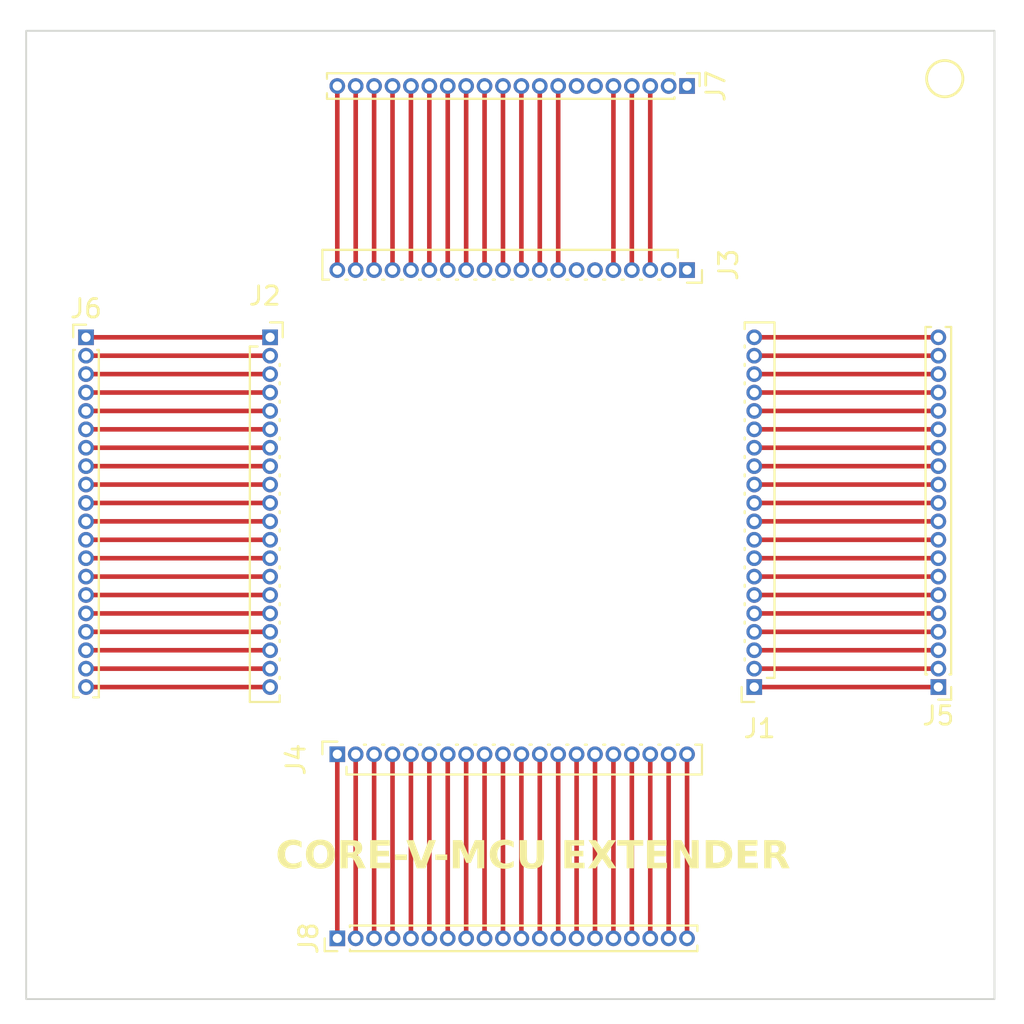
<source format=kicad_pcb>
(kicad_pcb (version 20221018) (generator pcbnew)
  (layers (0 "F.Cu" signal) (31 "B.Cu" signal) (34 "B.Paste" user) (35 "F.Paste" user) (36 "B.SilkS" user "B.Silkscreen") (37 "F.SilkS" user "F.Silkscreen") (38 "B.Mask" user) (39 "F.Mask" user) (44 "Edge.Cuts" user))
  (net 0 "")
  (net 1 "VPW")
  (net 2 "VNW")
  (net 3 "TX1_MUX0_SOC")
  (net 4 "RX1_MUX0_SOC")
  (net 5 "CLICK_RESET_SOC")
  (net 6 "PGM_FLASH_DATA1")
  (net 7 "PGM_FLASH_DATA2")
  (net 8 "PGM_FLASH_CS")
  (net 9 "GND")
  (net 10 "VDC")
  (net 11 "+1V8")
  (net 12 "PGM_FLASH_DATA3")
  (net 13 "PGM_FLASH_CLK")
  (net 14 "PGM_FLASH_DATA0")
  (net 15 "TX0_RXD")
  (net 16 "TX0_TXD")
  (net 17 "TX1_MUX1_SOC")
  (net 18 "RX1_MUX1_SOC")
  (net 19 "NB")
  (net 20 "PB")
  (net 21 "TMS")
  (net 22 "TCK")
  (net 23 "TDO")
  (net 24 "TDI")
  (net 25 "TRST")
  (net 26 "10MHZ_CLOCK_SOC")
  (net 27 "POWER_DETECT")
  (net 28 "~{RESET_SOC}")
  (net 29 "USER_BUTTON")
  (net 30 "EL_WAKE_SOC")
  (net 31 "EL_EVENT_SOC")
  (net 32 "CAMERA_HSYNC")
  (net 33 "CAMERA_VSYNC")
  (net 38 "SCLK0_SOC")
  (net 39 "MISO0_SOC")
  (net 40 "MOSI0_SOC")
  (net 41 "USER_LED_SOC")
  (net 42 "BOOTSEL")
  (net 43 "CLICK_IRO_SOC")
  (net 44 "TEST_MODE")
  (net 45 "CLICK_PWM_SOC")
  (net 46 "SCL0_SOC")
  (net 47 "SDA0_SOC")
  (net 48 "CAMERA_D5")
  (net 49 "CAMERA_D6")
  (net 50 "CAMERA_PCLK")
  (net 51 "CAMERA_D0")
  (net 52 "CAMERA_D7")
  (net 53 "CAMERA_D4")
  (net 54 "CAMERA_D2")
  (net 55 "CAMERA_MCLK")
  (net 56 "CAMERA_D3")
  (net 57 "CAMERA_D1")
  (net 58 "FPGA_LED0")
  (net 59 "~{EL_RESET_SOC}")
  (net 60 "CS0_SOC")
  (footprint "Connector_PinHeader_1.00mm:PinHeader_1x20_P1.00mm_Vertical" (layer "F.Cu") (at 158.75 89.1 -90)
    (fp_text reference "J7" (at 0 -1.56 90) (layer "F.SilkS"))
    (fp_text value "Conn_01x20")
    (fp_line (start -0.695 -0.685) (end 0 -0.685) (stroke (width 0.12)) (layer "F.SilkS"))
    (fp_line (start -0.695 0) (end -0.695 -0.685) (stroke (width 0.12)) (layer "F.SilkS"))
    (fp_line (start -0.695 0.685) (end -0.695 19.56) (stroke (width 0.12)) (layer "F.SilkS"))
    (fp_line (start -0.695 0.685) (end -0.608276 0.685) (stroke (width 0.12)) (layer "F.SilkS"))
    (fp_line (start -0.695 19.56) (end -0.394493 19.56) (stroke (width 0.12)) (layer "F.SilkS"))
    (fp_line (start 0.394493 19.56) (end 0.695 19.56) (stroke (width 0.12)) (layer "F.SilkS"))
    (fp_line (start 0.608276 0.685) (end 0.695 0.685) (stroke (width 0.12)) (layer "F.SilkS"))
    (fp_line (start 0.695 0.685) (end 0.695 19.56) (stroke (width 0.12)) (layer "F.SilkS"))
    (pad "1" thru_hole rect (at 0 0 270) (size 0.85 0.85) (drill 0.5) (layers "*.Cu" "*.Mask"))
    (pad "2" thru_hole oval (at 0 1 270) (size 0.85 0.85) (drill 0.5) (layers "*.Cu" "*.Mask"))
    (pad "3" thru_hole oval (at 0 2 270) (size 0.85 0.85) (drill 0.5) (layers "*.Cu" "*.Mask") (net 10 "VDC"))
    (pad "4" thru_hole oval (at 0 3 270) (size 0.85 0.85) (drill 0.5) (layers "*.Cu" "*.Mask") (net 9 "GND"))
    (pad "5" thru_hole oval (at 0 4 270) (size 0.85 0.85) (drill 0.5) (layers "*.Cu" "*.Mask") (net 11 "+1V8"))
    (pad "6" thru_hole oval (at 0 5 270) (size 0.85 0.85) (drill 0.5) (layers "*.Cu" "*.Mask"))
    (pad "7" thru_hole oval (at 0 6 270) (size 0.85 0.85) (drill 0.5) (layers "*.Cu" "*.Mask"))
    (pad "8" thru_hole oval (at 0 7 270) (size 0.85 0.85) (drill 0.5) (layers "*.Cu" "*.Mask") (net 38 "SCLK0_SOC"))
    (pad "9" thru_hole oval (at 0 8 270) (size 0.85 0.85) (drill 0.5) (layers "*.Cu" "*.Mask") (net 39 "MISO0_SOC"))
    (pad "10" thru_hole oval (at 0 9 270) (size 0.85 0.85) (drill 0.5) (layers "*.Cu" "*.Mask") (net 40 "MOSI0_SOC"))
    (pad "11" thru_hole oval (at 0 10 270) (size 0.85 0.85) (drill 0.5) (layers "*.Cu" "*.Mask") (net 9 "GND"))
    (pad "12" thru_hole oval (at 0 11 270) (size 0.85 0.85) (drill 0.5) (layers "*.Cu" "*.Mask") (net 9 "GND"))
    (pad "13" thru_hole oval (at 0 12 270) (size 0.85 0.85) (drill 0.5) (layers "*.Cu" "*.Mask") (net 10 "VDC"))
    (pad "14" thru_hole oval (at 0 13 270) (size 0.85 0.85) (drill 0.5) (layers "*.Cu" "*.Mask") (net 11 "+1V8"))
    (pad "15" thru_hole oval (at 0 14 270) (size 0.85 0.85) (drill 0.5) (layers "*.Cu" "*.Mask") (net 10 "VDC"))
    (pad "16" thru_hole oval (at 0 15 270) (size 0.85 0.85) (drill 0.5) (layers "*.Cu" "*.Mask") (net 41 "USER_LED_SOC"))
    (pad "17" thru_hole oval (at 0 16 270) (size 0.85 0.85) (drill 0.5) (layers "*.Cu" "*.Mask") (net 42 "BOOTSEL"))
    (pad "18" thru_hole oval (at 0 17 270) (size 0.85 0.85) (drill 0.5) (layers "*.Cu" "*.Mask") (net 43 "CLICK_IRO_SOC"))
    (pad "19" thru_hole oval (at 0 18 270) (size 0.85 0.85) (drill 0.5) (layers "*.Cu" "*.Mask") (net 44 "TEST_MODE"))
    (pad "20" thru_hole oval (at 0 19 270) (size 0.85 0.85) (drill 0.5) (layers "*.Cu" "*.Mask") (net 45 "CLICK_PWM_SOC"))
  )
  (footprint "Connector_PinHeader_1.00mm:PinHeader_1x20_P1.00mm_Vertical" (layer "F.Cu") (at 126.1 102.75)
    (fp_text reference "J6" (at 0 -1.56) (layer "F.SilkS"))
    (fp_text value "Conn_01x20")
    (fp_line (start -0.695 -0.685) (end 0 -0.685) (stroke (width 0.12)) (layer "F.SilkS"))
    (fp_line (start -0.695 0) (end -0.695 -0.685) (stroke (width 0.12)) (layer "F.SilkS"))
    (fp_line (start -0.695 0.685) (end -0.695 19.56) (stroke (width 0.12)) (layer "F.SilkS"))
    (fp_line (start -0.695 0.685) (end -0.608276 0.685) (stroke (width 0.12)) (layer "F.SilkS"))
    (fp_line (start -0.695 19.56) (end -0.394493 19.56) (stroke (width 0.12)) (layer "F.SilkS"))
    (fp_line (start 0.394493 19.56) (end 0.695 19.56) (stroke (width 0.12)) (layer "F.SilkS"))
    (fp_line (start 0.608276 0.685) (end 0.695 0.685) (stroke (width 0.12)) (layer "F.SilkS"))
    (fp_line (start 0.695 0.685) (end 0.695 19.56) (stroke (width 0.12)) (layer "F.SilkS"))
    (pad "1" thru_hole rect (at 0 0) (size 0.85 0.85) (drill 0.5) (layers "*.Cu" "*.Mask") (net 19 "NB"))
    (pad "2" thru_hole oval (at 0 1) (size 0.85 0.85) (drill 0.5) (layers "*.Cu" "*.Mask") (net 20 "PB"))
    (pad "3" thru_hole oval (at 0 2) (size 0.85 0.85) (drill 0.5) (layers "*.Cu" "*.Mask") (net 21 "TMS"))
    (pad "4" thru_hole oval (at 0 3) (size 0.85 0.85) (drill 0.5) (layers "*.Cu" "*.Mask") (net 22 "TCK"))
    (pad "5" thru_hole oval (at 0 4) (size 0.85 0.85) (drill 0.5) (layers "*.Cu" "*.Mask") (net 23 "TDO"))
    (pad "6" thru_hole oval (at 0 5) (size 0.85 0.85) (drill 0.5) (layers "*.Cu" "*.Mask") (net 24 "TDI"))
    (pad "7" thru_hole oval (at 0 6) (size 0.85 0.85) (drill 0.5) (layers "*.Cu" "*.Mask") (net 25 "TRST"))
    (pad "8" thru_hole oval (at 0 7) (size 0.85 0.85) (drill 0.5) (layers "*.Cu" "*.Mask") (net 26 "10MHZ_CLOCK_SOC"))
    (pad "9" thru_hole oval (at 0 8) (size 0.85 0.85) (drill 0.5) (layers "*.Cu" "*.Mask") (net 9 "GND"))
    (pad "10" thru_hole oval (at 0 9) (size 0.85 0.85) (drill 0.5) (layers "*.Cu" "*.Mask") (net 9 "GND"))
    (pad "11" thru_hole oval (at 0 10) (size 0.85 0.85) (drill 0.5) (layers "*.Cu" "*.Mask") (net 10 "VDC"))
    (pad "12" thru_hole oval (at 0 11) (size 0.85 0.85) (drill 0.5) (layers "*.Cu" "*.Mask") (net 11 "+1V8"))
    (pad "13" thru_hole oval (at 0 12) (size 0.85 0.85) (drill 0.5) (layers "*.Cu" "*.Mask") (net 10 "VDC"))
    (pad "14" thru_hole oval (at 0 13) (size 0.85 0.85) (drill 0.5) (layers "*.Cu" "*.Mask") (net 27 "POWER_DETECT"))
    (pad "15" thru_hole oval (at 0 14) (size 0.85 0.85) (drill 0.5) (layers "*.Cu" "*.Mask") (net 28 "~{RESET_SOC}"))
    (pad "16" thru_hole oval (at 0 15) (size 0.85 0.85) (drill 0.5) (layers "*.Cu" "*.Mask") (net 29 "USER_BUTTON"))
    (pad "17" thru_hole oval (at 0 16) (size 0.85 0.85) (drill 0.5) (layers "*.Cu" "*.Mask") (net 30 "EL_WAKE_SOC"))
    (pad "18" thru_hole oval (at 0 17) (size 0.85 0.85) (drill 0.5) (layers "*.Cu" "*.Mask") (net 31 "EL_EVENT_SOC"))
    (pad "19" thru_hole oval (at 0 18) (size 0.85 0.85) (drill 0.5) (layers "*.Cu" "*.Mask") (net 32 "CAMERA_HSYNC"))
    (pad "20" thru_hole oval (at 0 19) (size 0.85 0.85) (drill 0.5) (layers "*.Cu" "*.Mask") (net 33 "CAMERA_VSYNC"))
  )
  (footprint "Connector_PinHeader_1.00mm:PinHeader_1x20_P1.00mm_Vertical" (layer "F.Cu") (at 172.4 121.75 180)
    (fp_text reference "J5" (at 0 -1.56) (layer "F.SilkS"))
    (fp_text value "Conn_01x20")
    (fp_line (start -0.695 -0.685) (end 0 -0.685) (stroke (width 0.12)) (layer "F.SilkS"))
    (fp_line (start -0.695 0) (end -0.695 -0.685) (stroke (width 0.12)) (layer "F.SilkS"))
    (fp_line (start -0.695 0.685) (end -0.695 19.56) (stroke (width 0.12)) (layer "F.SilkS"))
    (fp_line (start -0.695 0.685) (end -0.608276 0.685) (stroke (width 0.12)) (layer "F.SilkS"))
    (fp_line (start -0.695 19.56) (end -0.394493 19.56) (stroke (width 0.12)) (layer "F.SilkS"))
    (fp_line (start 0.394493 19.56) (end 0.695 19.56) (stroke (width 0.12)) (layer "F.SilkS"))
    (fp_line (start 0.608276 0.685) (end 0.695 0.685) (stroke (width 0.12)) (layer "F.SilkS"))
    (fp_line (start 0.695 0.685) (end 0.695 19.56) (stroke (width 0.12)) (layer "F.SilkS"))
    (pad "1" thru_hole rect (at 0 0 180) (size 0.85 0.85) (drill 0.5) (layers "*.Cu" "*.Mask") (net 1 "VPW"))
    (pad "2" thru_hole oval (at 0 1 180) (size 0.85 0.85) (drill 0.5) (layers "*.Cu" "*.Mask") (net 2 "VNW"))
    (pad "3" thru_hole oval (at 0 2 180) (size 0.85 0.85) (drill 0.5) (layers "*.Cu" "*.Mask") (net 3 "TX1_MUX0_SOC"))
    (pad "4" thru_hole oval (at 0 3 180) (size 0.85 0.85) (drill 0.5) (layers "*.Cu" "*.Mask") (net 4 "RX1_MUX0_SOC"))
    (pad "5" thru_hole oval (at 0 4 180) (size 0.85 0.85) (drill 0.5) (layers "*.Cu" "*.Mask") (net 5 "CLICK_RESET_SOC"))
    (pad "6" thru_hole oval (at 0 5 180) (size 0.85 0.85) (drill 0.5) (layers "*.Cu" "*.Mask") (net 6 "PGM_FLASH_DATA1"))
    (pad "7" thru_hole oval (at 0 6 180) (size 0.85 0.85) (drill 0.5) (layers "*.Cu" "*.Mask") (net 7 "PGM_FLASH_DATA2"))
    (pad "8" thru_hole oval (at 0 7 180) (size 0.85 0.85) (drill 0.5) (layers "*.Cu" "*.Mask") (net 8 "PGM_FLASH_CS"))
    (pad "9" thru_hole oval (at 0 8 180) (size 0.85 0.85) (drill 0.5) (layers "*.Cu" "*.Mask") (net 9 "GND"))
    (pad "10" thru_hole oval (at 0 9 180) (size 0.85 0.85) (drill 0.5) (layers "*.Cu" "*.Mask") (net 9 "GND"))
    (pad "11" thru_hole oval (at 0 10 180) (size 0.85 0.85) (drill 0.5) (layers "*.Cu" "*.Mask") (net 10 "VDC"))
    (pad "12" thru_hole oval (at 0 11 180) (size 0.85 0.85) (drill 0.5) (layers "*.Cu" "*.Mask") (net 11 "+1V8"))
    (pad "13" thru_hole oval (at 0 12 180) (size 0.85 0.85) (drill 0.5) (layers "*.Cu" "*.Mask") (net 10 "VDC"))
    (pad "14" thru_hole oval (at 0 13 180) (size 0.85 0.85) (drill 0.5) (layers "*.Cu" "*.Mask") (net 12 "PGM_FLASH_DATA3"))
    (pad "15" thru_hole oval (at 0 14 180) (size 0.85 0.85) (drill 0.5) (layers "*.Cu" "*.Mask") (net 13 "PGM_FLASH_CLK"))
    (pad "16" thru_hole oval (at 0 15 180) (size 0.85 0.85) (drill 0.5) (layers "*.Cu" "*.Mask") (net 14 "PGM_FLASH_DATA0"))
    (pad "17" thru_hole oval (at 0 16 180) (size 0.85 0.85) (drill 0.5) (layers "*.Cu" "*.Mask") (net 15 "TX0_RXD"))
    (pad "18" thru_hole oval (at 0 17 180) (size 0.85 0.85) (drill 0.5) (layers "*.Cu" "*.Mask") (net 16 "TX0_TXD"))
    (pad "19" thru_hole oval (at 0 18 180) (size 0.85 0.85) (drill 0.5) (layers "*.Cu" "*.Mask") (net 17 "TX1_MUX1_SOC"))
    (pad "20" thru_hole oval (at 0 19 180) (size 0.85 0.85) (drill 0.5) (layers "*.Cu" "*.Mask") (net 18 "RX1_MUX1_SOC"))
  )
  (footprint "Connector_PinSocket_1.00mm:PinSocket_1x20_P1.00mm_Vertical" (layer "F.Cu") (at 139.75 125.4 90)
    (fp_text reference "J4" (at -0.29 -2.25 90) (layer "F.SilkS"))
    (fp_text value "Conn_01x20")
    (fp_line (start -1.1 0.5) (end -1.1 19.81) (stroke (width 0.12)) (layer "F.SilkS"))
    (fp_line (start -1.1 0.5) (end -0.685 0.5) (stroke (width 0.12)) (layer "F.SilkS"))
    (fp_line (start -1.1 19.81) (end 0.52 19.81) (stroke (width 0.12)) (layer "F.SilkS"))
    (fp_line (start 0 -0.81) (end 0.685 -0.81) (stroke (width 0.12)) (layer "F.SilkS"))
    (fp_line (start 0.52 1.445898) (end 0.52 1.554102) (stroke (width 0.12)) (layer "F.SilkS"))
    (fp_line (start 0.52 2.445898) (end 0.52 2.554102) (stroke (width 0.12)) (layer "F.SilkS"))
    (fp_line (start 0.52 3.445898) (end 0.52 3.554102) (stroke (width 0.12)) (layer "F.SilkS"))
    (fp_line (start 0.52 4.445898) (end 0.52 4.554102) (stroke (width 0.12)) (layer "F.SilkS"))
    (fp_line (start 0.52 5.445898) (end 0.52 5.554102) (stroke (width 0.12)) (layer "F.SilkS"))
    (fp_line (start 0.52 6.445898) (end 0.52 6.554102) (stroke (width 0.12)) (layer "F.SilkS"))
    (fp_line (start 0.52 7.445898) (end 0.52 7.554102) (stroke (width 0.12)) (layer "F.SilkS"))
    (fp_line (start 0.52 8.445898) (end 0.52 8.554102) (stroke (width 0.12)) (layer "F.SilkS"))
    (fp_line (start 0.52 9.445898) (end 0.52 9.554102) (stroke (width 0.12)) (layer "F.SilkS"))
    (fp_line (start 0.52 10.445898) (end 0.52 10.554102) (stroke (width 0.12)) (layer "F.SilkS"))
    (fp_line (start 0.52 11.445898) (end 0.52 11.554102) (stroke (width 0.12)) (layer "F.SilkS"))
    (fp_line (start 0.52 12.445898) (end 0.52 12.554102) (stroke (width 0.12)) (layer "F.SilkS"))
    (fp_line (start 0.52 13.445898) (end 0.52 13.554102) (stroke (width 0.12)) (layer "F.SilkS"))
    (fp_line (start 0.52 14.445898) (end 0.52 14.554102) (stroke (width 0.12)) (layer "F.SilkS"))
    (fp_line (start 0.52 15.445898) (end 0.52 15.554102) (stroke (width 0.12)) (layer "F.SilkS"))
    (fp_line (start 0.52 16.445898) (end 0.52 16.554102) (stroke (width 0.12)) (layer "F.SilkS"))
    (fp_line (start 0.52 17.445898) (end 0.52 17.554102) (stroke (width 0.12)) (layer "F.SilkS"))
    (fp_line (start 0.52 18.445898) (end 0.52 18.554102) (stroke (width 0.12)) (layer "F.SilkS"))
    (fp_line (start 0.52 19.445898) (end 0.52 19.81) (stroke (width 0.12)) (layer "F.SilkS"))
    (fp_line (start 0.685 -0.81) (end 0.685 0) (stroke (width 0.12)) (layer "F.SilkS"))
    (pad "1" thru_hole rect (at 0 0 90) (size 0.85 0.85) (drill 0.5) (layers "*.Cu" "*.Mask") (net 46 "SCL0_SOC"))
    (pad "2" thru_hole oval (at 0 1 90) (size 0.85 0.85) (drill 0.5) (layers "*.Cu" "*.Mask") (net 47 "SDA0_SOC"))
    (pad "3" thru_hole oval (at 0 2 90) (size 0.85 0.85) (drill 0.5) (layers "*.Cu" "*.Mask") (net 48 "CAMERA_D5"))
    (pad "4" thru_hole oval (at 0 3 90) (size 0.85 0.85) (drill 0.5) (layers "*.Cu" "*.Mask") (net 49 "CAMERA_D6"))
    (pad "5" thru_hole oval (at 0 4 90) (size 0.85 0.85) (drill 0.5) (layers "*.Cu" "*.Mask") (net 50 "CAMERA_PCLK"))
    (pad "6" thru_hole oval (at 0 5 90) (size 0.85 0.85) (drill 0.5) (layers "*.Cu" "*.Mask") (net 51 "CAMERA_D0"))
    (pad "7" thru_hole oval (at 0 6 90) (size 0.85 0.85) (drill 0.5) (layers "*.Cu" "*.Mask") (net 52 "CAMERA_D7"))
    (pad "8" thru_hole oval (at 0 7 90) (size 0.85 0.85) (drill 0.5) (layers "*.Cu" "*.Mask") (net 53 "CAMERA_D4"))
    (pad "9" thru_hole oval (at 0 8 90) (size 0.85 0.85) (drill 0.5) (layers "*.Cu" "*.Mask") (net 9 "GND"))
    (pad "10" thru_hole oval (at 0 9 90) (size 0.85 0.85) (drill 0.5) (layers "*.Cu" "*.Mask") (net 9 "GND"))
    (pad "11" thru_hole oval (at 0 10 90) (size 0.85 0.85) (drill 0.5) (layers "*.Cu" "*.Mask") (net 10 "VDC"))
    (pad "12" thru_hole oval (at 0 11 90) (size 0.85 0.85) (drill 0.5) (layers "*.Cu" "*.Mask") (net 11 "+1V8"))
    (pad "13" thru_hole oval (at 0 12 90) (size 0.85 0.85) (drill 0.5) (layers "*.Cu" "*.Mask") (net 10 "VDC"))
    (pad "14" thru_hole oval (at 0 13 90) (size 0.85 0.85) (drill 0.5) (layers "*.Cu" "*.Mask") (net 54 "CAMERA_D2"))
    (pad "15" thru_hole oval (at 0 14 90) (size 0.85 0.85) (drill 0.5) (layers "*.Cu" "*.Mask") (net 55 "CAMERA_MCLK"))
    (pad "16" thru_hole oval (at 0 15 90) (size 0.85 0.85) (drill 0.5) (layers "*.Cu" "*.Mask") (net 56 "CAMERA_D3"))
    (pad "17" thru_hole oval (at 0 16 90) (size 0.85 0.85) (drill 0.5) (layers "*.Cu" "*.Mask") (net 57 "CAMERA_D1"))
    (pad "18" thru_hole oval (at 0 17 90) (size 0.85 0.85) (drill 0.5) (layers "*.Cu" "*.Mask") (net 58 "FPGA_LED0"))
    (pad "19" thru_hole oval (at 0 18 90) (size 0.85 0.85) (drill 0.5) (layers "*.Cu" "*.Mask") (net 59 "~{EL_RESET_SOC}"))
    (pad "20" thru_hole oval (at 0 19 90) (size 0.85 0.85) (drill 0.5) (layers "*.Cu" "*.Mask") (net 60 "CS0_SOC"))
  )
  (footprint "Connector_PinHeader_1.00mm:PinHeader_1x20_P1.00mm_Vertical" (layer "F.Cu") (at 139.75 135.4 90)
    (fp_text reference "J8" (at 0 -1.56 90) (layer "F.SilkS"))
    (fp_text value "Conn_01x20")
    (fp_line (start -0.695 -0.685) (end 0 -0.685) (stroke (width 0.12)) (layer "F.SilkS"))
    (fp_line (start -0.695 0) (end -0.695 -0.685) (stroke (width 0.12)) (layer "F.SilkS"))
    (fp_line (start -0.695 0.685) (end -0.695 19.56) (stroke (width 0.12)) (layer "F.SilkS"))
    (fp_line (start -0.695 0.685) (end -0.608276 0.685) (stroke (width 0.12)) (layer "F.SilkS"))
    (fp_line (start -0.695 19.56) (end -0.394493 19.56) (stroke (width 0.12)) (layer "F.SilkS"))
    (fp_line (start 0.394493 19.56) (end 0.695 19.56) (stroke (width 0.12)) (layer "F.SilkS"))
    (fp_line (start 0.608276 0.685) (end 0.695 0.685) (stroke (width 0.12)) (layer "F.SilkS"))
    (fp_line (start 0.695 0.685) (end 0.695 19.56) (stroke (width 0.12)) (layer "F.SilkS"))
    (pad "1" thru_hole rect (at 0 0 90) (size 0.85 0.85) (drill 0.5) (layers "*.Cu" "*.Mask") (net 46 "SCL0_SOC"))
    (pad "2" thru_hole oval (at 0 1 90) (size 0.85 0.85) (drill 0.5) (layers "*.Cu" "*.Mask") (net 47 "SDA0_SOC"))
    (pad "3" thru_hole oval (at 0 2 90) (size 0.85 0.85) (drill 0.5) (layers "*.Cu" "*.Mask") (net 48 "CAMERA_D5"))
    (pad "4" thru_hole oval (at 0 3 90) (size 0.85 0.85) (drill 0.5) (layers "*.Cu" "*.Mask") (net 49 "CAMERA_D6"))
    (pad "5" thru_hole oval (at 0 4 90) (size 0.85 0.85) (drill 0.5) (layers "*.Cu" "*.Mask") (net 50 "CAMERA_PCLK"))
    (pad "6" thru_hole oval (at 0 5 90) (size 0.85 0.85) (drill 0.5) (layers "*.Cu" "*.Mask") (net 51 "CAMERA_D0"))
    (pad "7" thru_hole oval (at 0 6 90) (size 0.85 0.85) (drill 0.5) (layers "*.Cu" "*.Mask") (net 52 "CAMERA_D7"))
    (pad "8" thru_hole oval (at 0 7 90) (size 0.85 0.85) (drill 0.5) (layers "*.Cu" "*.Mask") (net 53 "CAMERA_D4"))
    (pad "9" thru_hole oval (at 0 8 90) (size 0.85 0.85) (drill 0.5) (layers "*.Cu" "*.Mask") (net 9 "GND"))
    (pad "10" thru_hole oval (at 0 9 90) (size 0.85 0.85) (drill 0.5) (layers "*.Cu" "*.Mask") (net 9 "GND"))
    (pad "11" thru_hole oval (at 0 10 90) (size 0.85 0.85) (drill 0.5) (layers "*.Cu" "*.Mask") (net 10 "VDC"))
    (pad "12" thru_hole oval (at 0 11 90) (size 0.85 0.85) (drill 0.5) (layers "*.Cu" "*.Mask") (net 11 "+1V8"))
    (pad "13" thru_hole oval (at 0 12 90) (size 0.85 0.85) (drill 0.5) (layers "*.Cu" "*.Mask") (net 10 "VDC"))
    (pad "14" thru_hole oval (at 0 13 90) (size 0.85 0.85) (drill 0.5) (layers "*.Cu" "*.Mask") (net 54 "CAMERA_D2"))
    (pad "15" thru_hole oval (at 0 14 90) (size 0.85 0.85) (drill 0.5) (layers "*.Cu" "*.Mask") (net 55 "CAMERA_MCLK"))
    (pad "16" thru_hole oval (at 0 15 90) (size 0.85 0.85) (drill 0.5) (layers "*.Cu" "*.Mask") (net 56 "CAMERA_D3"))
    (pad "17" thru_hole oval (at 0 16 90) (size 0.85 0.85) (drill 0.5) (layers "*.Cu" "*.Mask") (net 57 "CAMERA_D1"))
    (pad "18" thru_hole oval (at 0 17 90) (size 0.85 0.85) (drill 0.5) (layers "*.Cu" "*.Mask") (net 58 "FPGA_LED0"))
    (pad "19" thru_hole oval (at 0 18 90) (size 0.85 0.85) (drill 0.5) (layers "*.Cu" "*.Mask") (net 59 "~{EL_RESET_SOC}"))
    (pad "20" thru_hole oval (at 0 19 90) (size 0.85 0.85) (drill 0.5) (layers "*.Cu" "*.Mask") (net 60 "CS0_SOC"))
  )
  (footprint "Connector_PinSocket_1.00mm:PinSocket_1x20_P1.00mm_Vertical" (layer "F.Cu") (at 158.75 99.1 -90)
    (fp_text reference "J3" (at -0.29 -2.25 90) (layer "F.SilkS"))
    (fp_text value "Conn_01x20")
    (fp_line (start -1.1 0.5) (end -1.1 19.81) (stroke (width 0.12)) (layer "F.SilkS"))
    (fp_line (start -1.1 0.5) (end -0.685 0.5) (stroke (width 0.12)) (layer "F.SilkS"))
    (fp_line (start -1.1 19.81) (end 0.52 19.81) (stroke (width 0.12)) (layer "F.SilkS"))
    (fp_line (start 0 -0.81) (end 0.685 -0.81) (stroke (width 0.12)) (layer "F.SilkS"))
    (fp_line (start 0.52 1.445898) (end 0.52 1.554102) (stroke (width 0.12)) (layer "F.SilkS"))
    (fp_line (start 0.52 2.445898) (end 0.52 2.554102) (stroke (width 0.12)) (layer "F.SilkS"))
    (fp_line (start 0.52 3.445898) (end 0.52 3.554102) (stroke (width 0.12)) (layer "F.SilkS"))
    (fp_line (start 0.52 4.445898) (end 0.52 4.554102) (stroke (width 0.12)) (layer "F.SilkS"))
    (fp_line (start 0.52 5.445898) (end 0.52 5.554102) (stroke (width 0.12)) (layer "F.SilkS"))
    (fp_line (start 0.52 6.445898) (end 0.52 6.554102) (stroke (width 0.12)) (layer "F.SilkS"))
    (fp_line (start 0.52 7.445898) (end 0.52 7.554102) (stroke (width 0.12)) (layer "F.SilkS"))
    (fp_line (start 0.52 8.445898) (end 0.52 8.554102) (stroke (width 0.12)) (layer "F.SilkS"))
    (fp_line (start 0.52 9.445898) (end 0.52 9.554102) (stroke (width 0.12)) (layer "F.SilkS"))
    (fp_line (start 0.52 10.445898) (end 0.52 10.554102) (stroke (width 0.12)) (layer "F.SilkS"))
    (fp_line (start 0.52 11.445898) (end 0.52 11.554102) (stroke (width 0.12)) (layer "F.SilkS"))
    (fp_line (start 0.52 12.445898) (end 0.52 12.554102) (stroke (width 0.12)) (layer "F.SilkS"))
    (fp_line (start 0.52 13.445898) (end 0.52 13.554102) (stroke (width 0.12)) (layer "F.SilkS"))
    (fp_line (start 0.52 14.445898) (end 0.52 14.554102) (stroke (width 0.12)) (layer "F.SilkS"))
    (fp_line (start 0.52 15.445898) (end 0.52 15.554102) (stroke (width 0.12)) (layer "F.SilkS"))
    (fp_line (start 0.52 16.445898) (end 0.52 16.554102) (stroke (width 0.12)) (layer "F.SilkS"))
    (fp_line (start 0.52 17.445898) (end 0.52 17.554102) (stroke (width 0.12)) (layer "F.SilkS"))
    (fp_line (start 0.52 18.445898) (end 0.52 18.554102) (stroke (width 0.12)) (layer "F.SilkS"))
    (fp_line (start 0.52 19.445898) (end 0.52 19.81) (stroke (width 0.12)) (layer "F.SilkS"))
    (fp_line (start 0.685 -0.81) (end 0.685 0) (stroke (width 0.12)) (layer "F.SilkS"))
    (pad "1" thru_hole rect (at 0 0 270) (size 0.85 0.85) (drill 0.5) (layers "*.Cu" "*.Mask"))
    (pad "2" thru_hole oval (at 0 1 270) (size 0.85 0.85) (drill 0.5) (layers "*.Cu" "*.Mask"))
    (pad "3" thru_hole oval (at 0 2 270) (size 0.85 0.85) (drill 0.5) (layers "*.Cu" "*.Mask") (net 10 "VDC"))
    (pad "4" thru_hole oval (at 0 3 270) (size 0.85 0.85) (drill 0.5) (layers "*.Cu" "*.Mask") (net 9 "GND"))
    (pad "5" thru_hole oval (at 0 4 270) (size 0.85 0.85) (drill 0.5) (layers "*.Cu" "*.Mask") (net 11 "+1V8"))
    (pad "6" thru_hole oval (at 0 5 270) (size 0.85 0.85) (drill 0.5) (layers "*.Cu" "*.Mask"))
    (pad "7" thru_hole oval (at 0 6 270) (size 0.85 0.85) (drill 0.5) (layers "*.Cu" "*.Mask"))
    (pad "8" thru_hole oval (at 0 7 270) (size 0.85 0.85) (drill 0.5) (layers "*.Cu" "*.Mask") (net 38 "SCLK0_SOC"))
    (pad "9" thru_hole oval (at 0 8 270) (size 0.85 0.85) (drill 0.5) (layers "*.Cu" "*.Mask") (net 39 "MISO0_SOC"))
    (pad "10" thru_hole oval (at 0 9 270) (size 0.85 0.85) (drill 0.5) (layers "*.Cu" "*.Mask") (net 40 "MOSI0_SOC"))
    (pad "11" thru_hole oval (at 0 10 270) (size 0.85 0.85) (drill 0.5) (layers "*.Cu" "*.Mask") (net 9 "GND"))
    (pad "12" thru_hole oval (at 0 11 270) (size 0.85 0.85) (drill 0.5) (layers "*.Cu" "*.Mask") (net 9 "GND"))
    (pad "13" thru_hole oval (at 0 12 270) (size 0.85 0.85) (drill 0.5) (layers "*.Cu" "*.Mask") (net 10 "VDC"))
    (pad "14" thru_hole oval (at 0 13 270) (size 0.85 0.85) (drill 0.5) (layers "*.Cu" "*.Mask") (net 11 "+1V8"))
    (pad "15" thru_hole oval (at 0 14 270) (size 0.85 0.85) (drill 0.5) (layers "*.Cu" "*.Mask") (net 10 "VDC"))
    (pad "16" thru_hole oval (at 0 15 270) (size 0.85 0.85) (drill 0.5) (layers "*.Cu" "*.Mask") (net 41 "USER_LED_SOC"))
    (pad "17" thru_hole oval (at 0 16 270) (size 0.85 0.85) (drill 0.5) (layers "*.Cu" "*.Mask") (net 42 "BOOTSEL"))
    (pad "18" thru_hole oval (at 0 17 270) (size 0.85 0.85) (drill 0.5) (layers "*.Cu" "*.Mask") (net 43 "CLICK_IRO_SOC"))
    (pad "19" thru_hole oval (at 0 18 270) (size 0.85 0.85) (drill 0.5) (layers "*.Cu" "*.Mask") (net 44 "TEST_MODE"))
    (pad "20" thru_hole oval (at 0 19 270) (size 0.85 0.85) (drill 0.5) (layers "*.Cu" "*.Mask") (net 45 "CLICK_PWM_SOC"))
  )
  (footprint "Connector_PinSocket_1.00mm:PinSocket_1x20_P1.00mm_Vertical" (layer "F.Cu") (at 162.4 121.75 180)
    (fp_text reference "J1" (at -0.29 -2.25) (layer "F.SilkS"))
    (fp_text value "Conn_01x20")
    (fp_line (start -1.1 0.5) (end -1.1 19.81) (stroke (width 0.12)) (layer "F.SilkS"))
    (fp_line (start -1.1 0.5) (end -0.685 0.5) (stroke (width 0.12)) (layer "F.SilkS"))
    (fp_line (start -1.1 19.81) (end 0.52 19.81) (stroke (width 0.12)) (layer "F.SilkS"))
    (fp_line (start 0 -0.81) (end 0.685 -0.81) (stroke (width 0.12)) (layer "F.SilkS"))
    (fp_line (start 0.52 1.445898) (end 0.52 1.554102) (stroke (width 0.12)) (layer "F.SilkS"))
    (fp_line (start 0.52 2.445898) (end 0.52 2.554102) (stroke (width 0.12)) (layer "F.SilkS"))
    (fp_line (start 0.52 3.445898) (end 0.52 3.554102) (stroke (width 0.12)) (layer "F.SilkS"))
    (fp_line (start 0.52 4.445898) (end 0.52 4.554102) (stroke (width 0.12)) (layer "F.SilkS"))
    (fp_line (start 0.52 5.445898) (end 0.52 5.554102) (stroke (width 0.12)) (layer "F.SilkS"))
    (fp_line (start 0.52 6.445898) (end 0.52 6.554102) (stroke (width 0.12)) (layer "F.SilkS"))
    (fp_line (start 0.52 7.445898) (end 0.52 7.554102) (stroke (width 0.12)) (layer "F.SilkS"))
    (fp_line (start 0.52 8.445898) (end 0.52 8.554102) (stroke (width 0.12)) (layer "F.SilkS"))
    (fp_line (start 0.52 9.445898) (end 0.52 9.554102) (stroke (width 0.12)) (layer "F.SilkS"))
    (fp_line (start 0.52 10.445898) (end 0.52 10.554102) (stroke (width 0.12)) (layer "F.SilkS"))
    (fp_line (start 0.52 11.445898) (end 0.52 11.554102) (stroke (width 0.12)) (layer "F.SilkS"))
    (fp_line (start 0.52 12.445898) (end 0.52 12.554102) (stroke (width 0.12)) (layer "F.SilkS"))
    (fp_line (start 0.52 13.445898) (end 0.52 13.554102) (stroke (width 0.12)) (layer "F.SilkS"))
    (fp_line (start 0.52 14.445898) (end 0.52 14.554102) (stroke (width 0.12)) (layer "F.SilkS"))
    (fp_line (start 0.52 15.445898) (end 0.52 15.554102) (stroke (width 0.12)) (layer "F.SilkS"))
    (fp_line (start 0.52 16.445898) (end 0.52 16.554102) (stroke (width 0.12)) (layer "F.SilkS"))
    (fp_line (start 0.52 17.445898) (end 0.52 17.554102) (stroke (width 0.12)) (layer "F.SilkS"))
    (fp_line (start 0.52 18.445898) (end 0.52 18.554102) (stroke (width 0.12)) (layer "F.SilkS"))
    (fp_line (start 0.52 19.445898) (end 0.52 19.81) (stroke (width 0.12)) (layer "F.SilkS"))
    (fp_line (start 0.685 -0.81) (end 0.685 0) (stroke (width 0.12)) (layer "F.SilkS"))
    (pad "1" thru_hole rect (at 0 0 180) (size 0.85 0.85) (drill 0.5) (layers "*.Cu" "*.Mask") (net 1 "VPW"))
    (pad "2" thru_hole oval (at 0 1 180) (size 0.85 0.85) (drill 0.5) (layers "*.Cu" "*.Mask") (net 2 "VNW"))
    (pad "3" thru_hole oval (at 0 2 180) (size 0.85 0.85) (drill 0.5) (layers "*.Cu" "*.Mask") (net 3 "TX1_MUX0_SOC"))
    (pad "4" thru_hole oval (at 0 3 180) (size 0.85 0.85) (drill 0.5) (layers "*.Cu" "*.Mask") (net 4 "RX1_MUX0_SOC"))
    (pad "5" thru_hole oval (at 0 4 180) (size 0.85 0.85) (drill 0.5) (layers "*.Cu" "*.Mask") (net 5 "CLICK_RESET_SOC"))
    (pad "6" thru_hole oval (at 0 5 180) (size 0.85 0.85) (drill 0.5) (layers "*.Cu" "*.Mask") (net 6 "PGM_FLASH_DATA1"))
    (pad "7" thru_hole oval (at 0 6 180) (size 0.85 0.85) (drill 0.5) (layers "*.Cu" "*.Mask") (net 7 "PGM_FLASH_DATA2"))
    (pad "8" thru_hole oval (at 0 7 180) (size 0.85 0.85) (drill 0.5) (layers "*.Cu" "*.Mask") (net 8 "PGM_FLASH_CS"))
    (pad "9" thru_hole oval (at 0 8 180) (size 0.85 0.85) (drill 0.5) (layers "*.Cu" "*.Mask") (net 9 "GND"))
    (pad "10" thru_hole oval (at 0 9 180) (size 0.85 0.85) (drill 0.5) (layers "*.Cu" "*.Mask") (net 9 "GND"))
    (pad "11" thru_hole oval (at 0 10 180) (size 0.85 0.85) (drill 0.5) (layers "*.Cu" "*.Mask") (net 10 "VDC"))
    (pad "12" thru_hole oval (at 0 11 180) (size 0.85 0.85) (drill 0.5) (layers "*.Cu" "*.Mask") (net 11 "+1V8"))
    (pad "13" thru_hole oval (at 0 12 180) (size 0.85 0.85) (drill 0.5) (layers "*.Cu" "*.Mask") (net 10 "VDC"))
    (pad "14" thru_hole oval (at 0 13 180) (size 0.85 0.85) (drill 0.5) (layers "*.Cu" "*.Mask") (net 12 "PGM_FLASH_DATA3"))
    (pad "15" thru_hole oval (at 0 14 180) (size 0.85 0.85) (drill 0.5) (layers "*.Cu" "*.Mask") (net 13 "PGM_FLASH_CLK"))
    (pad "16" thru_hole oval (at 0 15 180) (size 0.85 0.85) (drill 0.5) (layers "*.Cu" "*.Mask") (net 14 "PGM_FLASH_DATA0"))
    (pad "17" thru_hole oval (at 0 16 180) (size 0.85 0.85) (drill 0.5) (layers "*.Cu" "*.Mask") (net 15 "TX0_RXD"))
    (pad "18" thru_hole oval (at 0 17 180) (size 0.85 0.85) (drill 0.5) (layers "*.Cu" "*.Mask") (net 16 "TX0_TXD"))
    (pad "19" thru_hole oval (at 0 18 180) (size 0.85 0.85) (drill 0.5) (layers "*.Cu" "*.Mask") (net 17 "TX1_MUX1_SOC"))
    (pad "20" thru_hole oval (at 0 19 180) (size 0.85 0.85) (drill 0.5) (layers "*.Cu" "*.Mask") (net 18 "RX1_MUX1_SOC"))
  )
  (footprint "Connector_PinSocket_1.00mm:PinSocket_1x20_P1.00mm_Vertical" (layer "F.Cu") (at 136.1 102.75)
    (fp_text reference "J2" (at -0.29 -2.25) (layer "F.SilkS"))
    (fp_text value "Conn_01x20")
    (fp_line (start -1.1 0.5) (end -1.1 19.81) (stroke (width 0.12)) (layer "F.SilkS"))
    (fp_line (start -1.1 0.5) (end -0.685 0.5) (stroke (width 0.12)) (layer "F.SilkS"))
    (fp_line (start -1.1 19.81) (end 0.52 19.81) (stroke (width 0.12)) (layer "F.SilkS"))
    (fp_line (start 0 -0.81) (end 0.685 -0.81) (stroke (width 0.12)) (layer "F.SilkS"))
    (fp_line (start 0.52 1.445898) (end 0.52 1.554102) (stroke (width 0.12)) (layer "F.SilkS"))
    (fp_line (start 0.52 2.445898) (end 0.52 2.554102) (stroke (width 0.12)) (layer "F.SilkS"))
    (fp_line (start 0.52 3.445898) (end 0.52 3.554102) (stroke (width 0.12)) (layer "F.SilkS"))
    (fp_line (start 0.52 4.445898) (end 0.52 4.554102) (stroke (width 0.12)) (layer "F.SilkS"))
    (fp_line (start 0.52 5.445898) (end 0.52 5.554102) (stroke (width 0.12)) (layer "F.SilkS"))
    (fp_line (start 0.52 6.445898) (end 0.52 6.554102) (stroke (width 0.12)) (layer "F.SilkS"))
    (fp_line (start 0.52 7.445898) (end 0.52 7.554102) (stroke (width 0.12)) (layer "F.SilkS"))
    (fp_line (start 0.52 8.445898) (end 0.52 8.554102) (stroke (width 0.12)) (layer "F.SilkS"))
    (fp_line (start 0.52 9.445898) (end 0.52 9.554102) (stroke (width 0.12)) (layer "F.SilkS"))
    (fp_line (start 0.52 10.445898) (end 0.52 10.554102) (stroke (width 0.12)) (layer "F.SilkS"))
    (fp_line (start 0.52 11.445898) (end 0.52 11.554102) (stroke (width 0.12)) (layer "F.SilkS"))
    (fp_line (start 0.52 12.445898) (end 0.52 12.554102) (stroke (width 0.12)) (layer "F.SilkS"))
    (fp_line (start 0.52 13.445898) (end 0.52 13.554102) (stroke (width 0.12)) (layer "F.SilkS"))
    (fp_line (start 0.52 14.445898) (end 0.52 14.554102) (stroke (width 0.12)) (layer "F.SilkS"))
    (fp_line (start 0.52 15.445898) (end 0.52 15.554102) (stroke (width 0.12)) (layer "F.SilkS"))
    (fp_line (start 0.52 16.445898) (end 0.52 16.554102) (stroke (width 0.12)) (layer "F.SilkS"))
    (fp_line (start 0.52 17.445898) (end 0.52 17.554102) (stroke (width 0.12)) (layer "F.SilkS"))
    (fp_line (start 0.52 18.445898) (end 0.52 18.554102) (stroke (width 0.12)) (layer "F.SilkS"))
    (fp_line (start 0.52 19.445898) (end 0.52 19.81) (stroke (width 0.12)) (layer "F.SilkS"))
    (fp_line (start 0.685 -0.81) (end 0.685 0) (stroke (width 0.12)) (layer "F.SilkS"))
    (pad "1" thru_hole rect (at 0 0) (size 0.85 0.85) (drill 0.5) (layers "*.Cu" "*.Mask") (net 19 "NB"))
    (pad "2" thru_hole oval (at 0 1) (size 0.85 0.85) (drill 0.5) (layers "*.Cu" "*.Mask") (net 20 "PB"))
    (pad "3" thru_hole oval (at 0 2) (size 0.85 0.85) (drill 0.5) (layers "*.Cu" "*.Mask") (net 21 "TMS"))
    (pad "4" thru_hole oval (at 0 3) (size 0.85 0.85) (drill 0.5) (layers "*.Cu" "*.Mask") (net 22 "TCK"))
    (pad "5" thru_hole oval (at 0 4) (size 0.85 0.85) (drill 0.5) (layers "*.Cu" "*.Mask") (net 23 "TDO"))
    (pad "6" thru_hole oval (at 0 5) (size 0.85 0.85) (drill 0.5) (layers "*.Cu" "*.Mask") (net 24 "TDI"))
    (pad "7" thru_hole oval (at 0 6) (size 0.85 0.85) (drill 0.5) (layers "*.Cu" "*.Mask") (net 25 "TRST"))
    (pad "8" thru_hole oval (at 0 7) (size 0.85 0.85) (drill 0.5) (layers "*.Cu" "*.Mask") (net 26 "10MHZ_CLOCK_SOC"))
    (pad "9" thru_hole oval (at 0 8) (size 0.85 0.85) (drill 0.5) (layers "*.Cu" "*.Mask") (net 9 "GND"))
    (pad "10" thru_hole oval (at 0 9) (size 0.85 0.85) (drill 0.5) (layers "*.Cu" "*.Mask") (net 9 "GND"))
    (pad "11" thru_hole oval (at 0 10) (size 0.85 0.85) (drill 0.5) (layers "*.Cu" "*.Mask") (net 10 "VDC"))
    (pad "12" thru_hole oval (at 0 11) (size 0.85 0.85) (drill 0.5) (layers "*.Cu" "*.Mask") (net 11 "+1V8"))
    (pad "13" thru_hole oval (at 0 12) (size 0.85 0.85) (drill 0.5) (layers "*.Cu" "*.Mask") (net 10 "VDC"))
    (pad "14" thru_hole oval (at 0 13) (size 0.85 0.85) (drill 0.5) (layers "*.Cu" "*.Mask") (net 27 "POWER_DETECT"))
    (pad "15" thru_hole oval (at 0 14) (size 0.85 0.85) (drill 0.5) (layers "*.Cu" "*.Mask") (net 28 "~{RESET_SOC}"))
    (pad "16" thru_hole oval (at 0 15) (size 0.85 0.85) (drill 0.5) (layers "*.Cu" "*.Mask") (net 29 "USER_BUTTON"))
    (pad "17" thru_hole oval (at 0 16) (size 0.85 0.85) (drill 0.5) (layers "*.Cu" "*.Mask") (net 30 "EL_WAKE_SOC"))
    (pad "18" thru_hole oval (at 0 17) (size 0.85 0.85) (drill 0.5) (layers "*.Cu" "*.Mask") (net 31 "EL_EVENT_SOC"))
    (pad "19" thru_hole oval (at 0 18) (size 0.85 0.85) (drill 0.5) (layers "*.Cu" "*.Mask") (net 32 "CAMERA_HSYNC"))
    (pad "20" thru_hole oval (at 0 19) (size 0.85 0.85) (drill 0.5) (layers "*.Cu" "*.Mask") (net 33 "CAMERA_VSYNC"))
  )
  (gr_circle (center 172.75 88.7) (end 173.25 87.85) (stroke (width 0.15)) (fill none) (layer "F.SilkS"))
  (gr_rect (start 122.85 86.1) (end 175.45 138.7) (stroke (width 0.1)) (fill none) (layer "Edge.Cuts"))
  (gr_text "CORE-V-MCU EXTENDER" (at 136.4 131.85) (layer "F.SilkS") (effects (font (size 1.5 1.5) (thickness 0.3) bold) (justify left bottom)))
  (segment (start 162.4 121.75) (end 172.4 121.75) (width 0.25) (layer "F.Cu") (net 1))
  (segment (start 162.4 120.75) (end 172.4 120.75) (width 0.25) (layer "F.Cu") (net 2))
  (segment (start 162.4 119.75) (end 172.4 119.75) (width 0.25) (layer "F.Cu") (net 3))
  (segment (start 162.4 118.75) (end 172.4 118.75) (width 0.25) (layer "F.Cu") (net 4))
  (segment (start 162.4 117.75) (end 172.4 117.75) (width 0.25) (layer "F.Cu") (net 5))
  (segment (start 162.4 116.75) (end 172.4 116.75) (width 0.25) (layer "F.Cu") (net 6))
  (segment (start 162.4 115.75) (end 172.4 115.75) (width 0.25) (layer "F.Cu") (net 7))
  (segment (start 162.4 114.75) (end 172.4 114.75) (width 0.25) (layer "F.Cu") (net 8))
  (segment (start 148.75 125.4) (end 148.75 135.4) (width 0.25) (layer "F.Cu") (net 9))
  (segment (start 147.75 99.1) (end 147.75 89.1) (width 0.25) (layer "F.Cu") (net 9))
  (segment (start 136.1 111.75) (end 126.1 111.75) (width 0.25) (layer "F.Cu") (net 9))
  (segment (start 162.4 112.75) (end 172.4 112.75) (width 0.25) (layer "F.Cu") (net 9))
  (segment (start 155.75 99.1) (end 155.75 89.1) (width 0.25) (layer "F.Cu") (net 9))
  (segment (start 148.75 99.1) (end 148.75 89.1) (width 0.25) (layer "F.Cu") (net 9))
  (segment (start 147.75 125.4) (end 147.75 135.4) (width 0.25) (layer "F.Cu") (net 9))
  (segment (start 136.1 110.75) (end 126.1 110.75) (width 0.25) (layer "F.Cu") (net 9))
  (segment (start 162.4 113.75) (end 172.4 113.75) (width 0.25) (layer "F.Cu") (net 9))
  (segment (start 162.4 111.75) (end 172.4 111.75) (width 0.25) (layer "F.Cu") (net 10))
  (segment (start 149.75 125.4) (end 149.75 135.4) (width 0.25) (layer "F.Cu") (net 10))
  (segment (start 136.1 112.75) (end 126.1 112.75) (width 0.25) (layer "F.Cu") (net 10))
  (segment (start 162.4 109.75) (end 172.4 109.75) (width 0.25) (layer "F.Cu") (net 10))
  (segment (start 144.75 99.1) (end 144.75 89.1) (width 0.25) (layer "F.Cu") (net 10))
  (segment (start 151.75 125.4) (end 151.75 135.4) (width 0.25) (layer "F.Cu") (net 10))
  (segment (start 156.75 99.1) (end 156.75 89.1) (width 0.25) (layer "F.Cu") (net 10))
  (segment (start 146.75 99.1) (end 146.75 89.1) (width 0.25) (layer "F.Cu") (net 10))
  (segment (start 136.1 114.75) (end 126.1 114.75) (width 0.25) (layer "F.Cu") (net 10))
  (segment (start 145.75 99.1) (end 145.75 89.1) (width 0.25) (layer "F.Cu") (net 11))
  (segment (start 154.75 99.1) (end 154.75 89.1) (width 0.25) (layer "F.Cu") (net 11))
  (segment (start 162.4 110.75) (end 172.4 110.75) (width 0.25) (layer "F.Cu") (net 11))
  (segment (start 136.1 113.75) (end 126.1 113.75) (width 0.25) (layer "F.Cu") (net 11))
  (segment (start 150.75 125.4) (end 150.75 135.4) (width 0.25) (layer "F.Cu") (net 11))
  (segment (start 162.4 108.75) (end 172.4 108.75) (width 0.25) (layer "F.Cu") (net 12))
  (segment (start 162.4 107.75) (end 172.4 107.75) (width 0.25) (layer "F.Cu") (net 13))
  (segment (start 162.4 106.75) (end 172.4 106.75) (width 0.25) (layer "F.Cu") (net 14))
  (segment (start 162.4 105.75) (end 172.4 105.75) (width 0.25) (layer "F.Cu") (net 15))
  (segment (start 162.4 104.75) (end 172.4 104.75) (width 0.25) (layer "F.Cu") (net 16))
  (segment (start 162.4 103.75) (end 172.4 103.75) (width 0.25) (layer "F.Cu") (net 17))
  (segment (start 162.4 102.75) (end 172.4 102.75) (width 0.25) (layer "F.Cu") (net 18))
  (segment (start 136.1 102.75) (end 126.1 102.75) (width 0.25) (layer "F.Cu") (net 19))
  (segment (start 136.1 103.75) (end 126.1 103.75) (width 0.25) (layer "F.Cu") (net 20))
  (segment (start 136.1 104.75) (end 126.1 104.75) (width 0.25) (layer "F.Cu") (net 21))
  (segment (start 136.1 105.75) (end 126.1 105.75) (width 0.25) (layer "F.Cu") (net 22))
  (segment (start 136.1 106.75) (end 126.1 106.75) (width 0.25) (layer "F.Cu") (net 23))
  (segment (start 136.1 107.75) (end 126.1 107.75) (width 0.25) (layer "F.Cu") (net 24))
  (segment (start 136.1 108.75) (end 126.1 108.75) (width 0.25) (layer "F.Cu") (net 25))
  (segment (start 136.1 109.75) (end 126.1 109.75) (width 0.25) (layer "F.Cu") (net 26))
  (segment (start 136.1 115.75) (end 126.1 115.75) (width 0.25) (layer "F.Cu") (net 27))
  (segment (start 136.1 116.75) (end 126.1 116.75) (width 0.25) (layer "F.Cu") (net 28))
  (segment (start 136.1 117.75) (end 126.1 117.75) (width 0.25) (layer "F.Cu") (net 29))
  (segment (start 136.1 118.75) (end 126.1 118.75) (width 0.25) (layer "F.Cu") (net 30))
  (segment (start 136.1 119.75) (end 126.1 119.75) (width 0.25) (layer "F.Cu") (net 31))
  (segment (start 136.1 120.75) (end 126.1 120.75) (width 0.25) (layer "F.Cu") (net 32))
  (segment (start 136.1 121.75) (end 126.1 121.75) (width 0.25) (layer "F.Cu") (net 33))
  (segment (start 151.75 99.1) (end 151.75 89.1) (width 0.25) (layer "F.Cu") (net 38))
  (segment (start 150.75 99.1) (end 150.75 89.1) (width 0.25) (layer "F.Cu") (net 39))
  (segment (start 149.75 99.1) (end 149.75 89.1) (width 0.25) (layer "F.Cu") (net 40))
  (segment (start 143.75 99.1) (end 143.75 89.1) (width 0.25) (layer "F.Cu") (net 41))
  (segment (start 142.75 99.1) (end 142.75 89.1) (width 0.25) (layer "F.Cu") (net 42))
  (segment (start 141.75 99.1) (end 141.75 89.1) (width 0.25) (layer "F.Cu") (net 43))
  (segment (start 140.75 99.1) (end 140.75 89.1) (width 0.25) (layer "F.Cu") (net 44))
  (segment (start 139.75 99.1) (end 139.75 89.1) (width 0.25) (layer "F.Cu") (net 45))
  (segment (start 139.75 125.4) (end 139.75 135.4) (width 0.25) (layer "F.Cu") (net 46))
  (segment (start 140.75 125.4) (end 140.75 135.4) (width 0.25) (layer "F.Cu") (net 47))
  (segment (start 141.75 125.4) (end 141.75 135.4) (width 0.25) (layer "F.Cu") (net 48))
  (segment (start 142.75 125.4) (end 142.75 135.4) (width 0.25) (layer "F.Cu") (net 49))
  (segment (start 143.75 125.4) (end 143.75 135.4) (width 0.25) (layer "F.Cu") (net 50))
  (segment (start 144.75 125.4) (end 144.75 135.4) (width 0.25) (layer "F.Cu") (net 51))
  (segment (start 145.75 125.4) (end 145.75 135.4) (width 0.25) (layer "F.Cu") (net 52))
  (segment (start 146.75 125.4) (end 146.75 135.4) (width 0.25) (layer "F.Cu") (net 53))
  (segment (start 152.75 125.4) (end 152.75 135.4) (width 0.25) (layer "F.Cu") (net 54))
  (segment (start 153.75 125.4) (end 153.75 135.4) (width 0.25) (layer "F.Cu") (net 55))
  (segment (start 154.75 125.4) (end 154.75 135.4) (width 0.25) (layer "F.Cu") (net 56))
  (segment (start 155.75 125.4) (end 155.75 135.4) (width 0.25) (layer "F.Cu") (net 57))
  (segment (start 156.75 125.4) (end 156.75 135.4) (width 0.25) (layer "F.Cu") (net 58))
  (segment (start 157.75 125.4) (end 157.75 135.4) (width 0.25) (layer "F.Cu") (net 59))
  (segment (start 158.75 125.4) (end 158.75 135.4) (width 0.25) (layer "F.Cu") (net 60))
)
</source>
